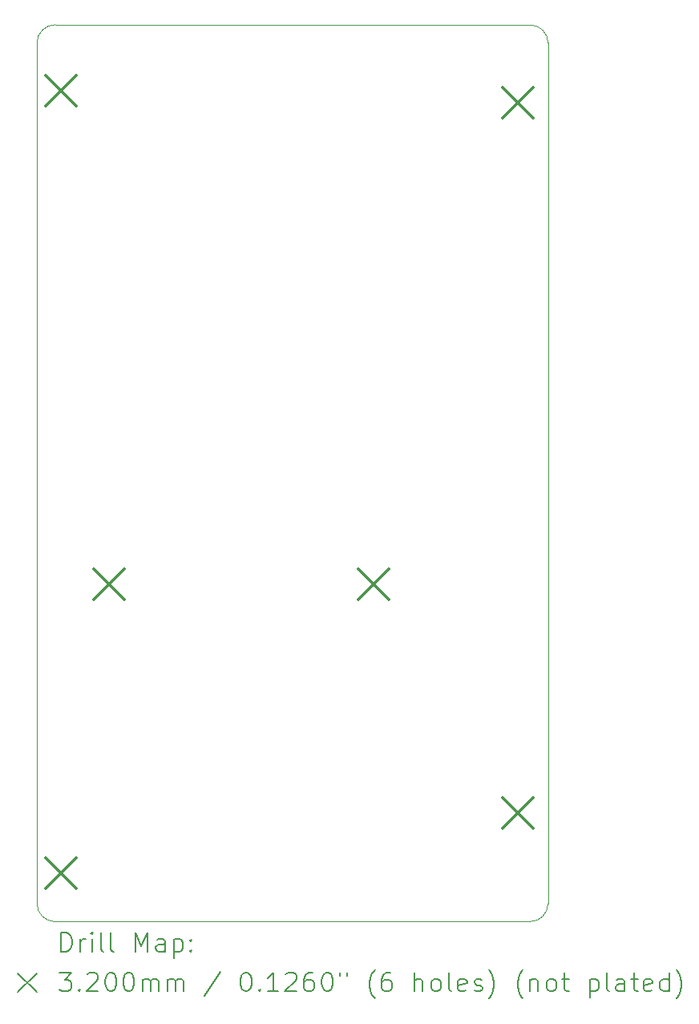
<source format=gbr>
%TF.GenerationSoftware,KiCad,Pcbnew,7.0.7*%
%TF.CreationDate,2023-09-28T15:46:03-05:00*%
%TF.ProjectId,iowa-rover-kiosk-mega-adapter,696f7761-2d72-46f7-9665-722d6b696f73,rev?*%
%TF.SameCoordinates,Original*%
%TF.FileFunction,Drillmap*%
%TF.FilePolarity,Positive*%
%FSLAX45Y45*%
G04 Gerber Fmt 4.5, Leading zero omitted, Abs format (unit mm)*
G04 Created by KiCad (PCBNEW 7.0.7) date 2023-09-28 15:46:03*
%MOMM*%
%LPD*%
G01*
G04 APERTURE LIST*
%ADD10C,0.100000*%
%ADD11C,0.200000*%
%ADD12C,0.320000*%
G04 APERTURE END LIST*
D10*
X19748500Y-4572000D02*
X14732000Y-4572000D01*
X14732000Y-14033500D02*
X19748500Y-14033500D01*
X19748500Y-14033500D02*
G75*
G03*
X19939000Y-13843000I0J190500D01*
G01*
X14541500Y-4762500D02*
X14541500Y-13843000D01*
X19939000Y-4762500D02*
G75*
G03*
X19748500Y-4572000I-190500J0D01*
G01*
X19939000Y-13843000D02*
X19939000Y-4762500D01*
X14732000Y-4572000D02*
G75*
G03*
X14541500Y-4762500I0J-190500D01*
G01*
X14541500Y-13843000D02*
G75*
G03*
X14732000Y-14033500I190500J0D01*
G01*
D11*
D12*
X14636000Y-5109500D02*
X14956000Y-5429500D01*
X14956000Y-5109500D02*
X14636000Y-5429500D01*
X14636000Y-13364500D02*
X14956000Y-13684500D01*
X14956000Y-13364500D02*
X14636000Y-13684500D01*
X15144000Y-10316500D02*
X15464000Y-10636500D01*
X15464000Y-10316500D02*
X15144000Y-10636500D01*
X17938000Y-10316500D02*
X18258000Y-10636500D01*
X18258000Y-10316500D02*
X17938000Y-10636500D01*
X19462000Y-5236500D02*
X19782000Y-5556500D01*
X19782000Y-5236500D02*
X19462000Y-5556500D01*
X19462000Y-12729500D02*
X19782000Y-13049500D01*
X19782000Y-12729500D02*
X19462000Y-13049500D01*
D11*
X14797277Y-14349984D02*
X14797277Y-14149984D01*
X14797277Y-14149984D02*
X14844896Y-14149984D01*
X14844896Y-14149984D02*
X14873467Y-14159508D01*
X14873467Y-14159508D02*
X14892515Y-14178555D01*
X14892515Y-14178555D02*
X14902039Y-14197603D01*
X14902039Y-14197603D02*
X14911562Y-14235698D01*
X14911562Y-14235698D02*
X14911562Y-14264269D01*
X14911562Y-14264269D02*
X14902039Y-14302365D01*
X14902039Y-14302365D02*
X14892515Y-14321412D01*
X14892515Y-14321412D02*
X14873467Y-14340460D01*
X14873467Y-14340460D02*
X14844896Y-14349984D01*
X14844896Y-14349984D02*
X14797277Y-14349984D01*
X14997277Y-14349984D02*
X14997277Y-14216650D01*
X14997277Y-14254746D02*
X15006801Y-14235698D01*
X15006801Y-14235698D02*
X15016324Y-14226174D01*
X15016324Y-14226174D02*
X15035372Y-14216650D01*
X15035372Y-14216650D02*
X15054420Y-14216650D01*
X15121086Y-14349984D02*
X15121086Y-14216650D01*
X15121086Y-14149984D02*
X15111562Y-14159508D01*
X15111562Y-14159508D02*
X15121086Y-14169031D01*
X15121086Y-14169031D02*
X15130610Y-14159508D01*
X15130610Y-14159508D02*
X15121086Y-14149984D01*
X15121086Y-14149984D02*
X15121086Y-14169031D01*
X15244896Y-14349984D02*
X15225848Y-14340460D01*
X15225848Y-14340460D02*
X15216324Y-14321412D01*
X15216324Y-14321412D02*
X15216324Y-14149984D01*
X15349658Y-14349984D02*
X15330610Y-14340460D01*
X15330610Y-14340460D02*
X15321086Y-14321412D01*
X15321086Y-14321412D02*
X15321086Y-14149984D01*
X15578229Y-14349984D02*
X15578229Y-14149984D01*
X15578229Y-14149984D02*
X15644896Y-14292841D01*
X15644896Y-14292841D02*
X15711562Y-14149984D01*
X15711562Y-14149984D02*
X15711562Y-14349984D01*
X15892515Y-14349984D02*
X15892515Y-14245222D01*
X15892515Y-14245222D02*
X15882991Y-14226174D01*
X15882991Y-14226174D02*
X15863943Y-14216650D01*
X15863943Y-14216650D02*
X15825848Y-14216650D01*
X15825848Y-14216650D02*
X15806801Y-14226174D01*
X15892515Y-14340460D02*
X15873467Y-14349984D01*
X15873467Y-14349984D02*
X15825848Y-14349984D01*
X15825848Y-14349984D02*
X15806801Y-14340460D01*
X15806801Y-14340460D02*
X15797277Y-14321412D01*
X15797277Y-14321412D02*
X15797277Y-14302365D01*
X15797277Y-14302365D02*
X15806801Y-14283317D01*
X15806801Y-14283317D02*
X15825848Y-14273793D01*
X15825848Y-14273793D02*
X15873467Y-14273793D01*
X15873467Y-14273793D02*
X15892515Y-14264269D01*
X15987753Y-14216650D02*
X15987753Y-14416650D01*
X15987753Y-14226174D02*
X16006801Y-14216650D01*
X16006801Y-14216650D02*
X16044896Y-14216650D01*
X16044896Y-14216650D02*
X16063943Y-14226174D01*
X16063943Y-14226174D02*
X16073467Y-14235698D01*
X16073467Y-14235698D02*
X16082991Y-14254746D01*
X16082991Y-14254746D02*
X16082991Y-14311888D01*
X16082991Y-14311888D02*
X16073467Y-14330936D01*
X16073467Y-14330936D02*
X16063943Y-14340460D01*
X16063943Y-14340460D02*
X16044896Y-14349984D01*
X16044896Y-14349984D02*
X16006801Y-14349984D01*
X16006801Y-14349984D02*
X15987753Y-14340460D01*
X16168705Y-14330936D02*
X16178229Y-14340460D01*
X16178229Y-14340460D02*
X16168705Y-14349984D01*
X16168705Y-14349984D02*
X16159182Y-14340460D01*
X16159182Y-14340460D02*
X16168705Y-14330936D01*
X16168705Y-14330936D02*
X16168705Y-14349984D01*
X16168705Y-14226174D02*
X16178229Y-14235698D01*
X16178229Y-14235698D02*
X16168705Y-14245222D01*
X16168705Y-14245222D02*
X16159182Y-14235698D01*
X16159182Y-14235698D02*
X16168705Y-14226174D01*
X16168705Y-14226174D02*
X16168705Y-14245222D01*
X14336500Y-14578500D02*
X14536500Y-14778500D01*
X14536500Y-14578500D02*
X14336500Y-14778500D01*
X14778229Y-14569984D02*
X14902039Y-14569984D01*
X14902039Y-14569984D02*
X14835372Y-14646174D01*
X14835372Y-14646174D02*
X14863943Y-14646174D01*
X14863943Y-14646174D02*
X14882991Y-14655698D01*
X14882991Y-14655698D02*
X14892515Y-14665222D01*
X14892515Y-14665222D02*
X14902039Y-14684269D01*
X14902039Y-14684269D02*
X14902039Y-14731888D01*
X14902039Y-14731888D02*
X14892515Y-14750936D01*
X14892515Y-14750936D02*
X14882991Y-14760460D01*
X14882991Y-14760460D02*
X14863943Y-14769984D01*
X14863943Y-14769984D02*
X14806801Y-14769984D01*
X14806801Y-14769984D02*
X14787753Y-14760460D01*
X14787753Y-14760460D02*
X14778229Y-14750936D01*
X14987753Y-14750936D02*
X14997277Y-14760460D01*
X14997277Y-14760460D02*
X14987753Y-14769984D01*
X14987753Y-14769984D02*
X14978229Y-14760460D01*
X14978229Y-14760460D02*
X14987753Y-14750936D01*
X14987753Y-14750936D02*
X14987753Y-14769984D01*
X15073467Y-14589031D02*
X15082991Y-14579508D01*
X15082991Y-14579508D02*
X15102039Y-14569984D01*
X15102039Y-14569984D02*
X15149658Y-14569984D01*
X15149658Y-14569984D02*
X15168705Y-14579508D01*
X15168705Y-14579508D02*
X15178229Y-14589031D01*
X15178229Y-14589031D02*
X15187753Y-14608079D01*
X15187753Y-14608079D02*
X15187753Y-14627127D01*
X15187753Y-14627127D02*
X15178229Y-14655698D01*
X15178229Y-14655698D02*
X15063943Y-14769984D01*
X15063943Y-14769984D02*
X15187753Y-14769984D01*
X15311562Y-14569984D02*
X15330610Y-14569984D01*
X15330610Y-14569984D02*
X15349658Y-14579508D01*
X15349658Y-14579508D02*
X15359182Y-14589031D01*
X15359182Y-14589031D02*
X15368705Y-14608079D01*
X15368705Y-14608079D02*
X15378229Y-14646174D01*
X15378229Y-14646174D02*
X15378229Y-14693793D01*
X15378229Y-14693793D02*
X15368705Y-14731888D01*
X15368705Y-14731888D02*
X15359182Y-14750936D01*
X15359182Y-14750936D02*
X15349658Y-14760460D01*
X15349658Y-14760460D02*
X15330610Y-14769984D01*
X15330610Y-14769984D02*
X15311562Y-14769984D01*
X15311562Y-14769984D02*
X15292515Y-14760460D01*
X15292515Y-14760460D02*
X15282991Y-14750936D01*
X15282991Y-14750936D02*
X15273467Y-14731888D01*
X15273467Y-14731888D02*
X15263943Y-14693793D01*
X15263943Y-14693793D02*
X15263943Y-14646174D01*
X15263943Y-14646174D02*
X15273467Y-14608079D01*
X15273467Y-14608079D02*
X15282991Y-14589031D01*
X15282991Y-14589031D02*
X15292515Y-14579508D01*
X15292515Y-14579508D02*
X15311562Y-14569984D01*
X15502039Y-14569984D02*
X15521086Y-14569984D01*
X15521086Y-14569984D02*
X15540134Y-14579508D01*
X15540134Y-14579508D02*
X15549658Y-14589031D01*
X15549658Y-14589031D02*
X15559182Y-14608079D01*
X15559182Y-14608079D02*
X15568705Y-14646174D01*
X15568705Y-14646174D02*
X15568705Y-14693793D01*
X15568705Y-14693793D02*
X15559182Y-14731888D01*
X15559182Y-14731888D02*
X15549658Y-14750936D01*
X15549658Y-14750936D02*
X15540134Y-14760460D01*
X15540134Y-14760460D02*
X15521086Y-14769984D01*
X15521086Y-14769984D02*
X15502039Y-14769984D01*
X15502039Y-14769984D02*
X15482991Y-14760460D01*
X15482991Y-14760460D02*
X15473467Y-14750936D01*
X15473467Y-14750936D02*
X15463943Y-14731888D01*
X15463943Y-14731888D02*
X15454420Y-14693793D01*
X15454420Y-14693793D02*
X15454420Y-14646174D01*
X15454420Y-14646174D02*
X15463943Y-14608079D01*
X15463943Y-14608079D02*
X15473467Y-14589031D01*
X15473467Y-14589031D02*
X15482991Y-14579508D01*
X15482991Y-14579508D02*
X15502039Y-14569984D01*
X15654420Y-14769984D02*
X15654420Y-14636650D01*
X15654420Y-14655698D02*
X15663943Y-14646174D01*
X15663943Y-14646174D02*
X15682991Y-14636650D01*
X15682991Y-14636650D02*
X15711563Y-14636650D01*
X15711563Y-14636650D02*
X15730610Y-14646174D01*
X15730610Y-14646174D02*
X15740134Y-14665222D01*
X15740134Y-14665222D02*
X15740134Y-14769984D01*
X15740134Y-14665222D02*
X15749658Y-14646174D01*
X15749658Y-14646174D02*
X15768705Y-14636650D01*
X15768705Y-14636650D02*
X15797277Y-14636650D01*
X15797277Y-14636650D02*
X15816324Y-14646174D01*
X15816324Y-14646174D02*
X15825848Y-14665222D01*
X15825848Y-14665222D02*
X15825848Y-14769984D01*
X15921086Y-14769984D02*
X15921086Y-14636650D01*
X15921086Y-14655698D02*
X15930610Y-14646174D01*
X15930610Y-14646174D02*
X15949658Y-14636650D01*
X15949658Y-14636650D02*
X15978229Y-14636650D01*
X15978229Y-14636650D02*
X15997277Y-14646174D01*
X15997277Y-14646174D02*
X16006801Y-14665222D01*
X16006801Y-14665222D02*
X16006801Y-14769984D01*
X16006801Y-14665222D02*
X16016324Y-14646174D01*
X16016324Y-14646174D02*
X16035372Y-14636650D01*
X16035372Y-14636650D02*
X16063943Y-14636650D01*
X16063943Y-14636650D02*
X16082991Y-14646174D01*
X16082991Y-14646174D02*
X16092515Y-14665222D01*
X16092515Y-14665222D02*
X16092515Y-14769984D01*
X16482991Y-14560460D02*
X16311563Y-14817603D01*
X16740134Y-14569984D02*
X16759182Y-14569984D01*
X16759182Y-14569984D02*
X16778229Y-14579508D01*
X16778229Y-14579508D02*
X16787753Y-14589031D01*
X16787753Y-14589031D02*
X16797277Y-14608079D01*
X16797277Y-14608079D02*
X16806801Y-14646174D01*
X16806801Y-14646174D02*
X16806801Y-14693793D01*
X16806801Y-14693793D02*
X16797277Y-14731888D01*
X16797277Y-14731888D02*
X16787753Y-14750936D01*
X16787753Y-14750936D02*
X16778229Y-14760460D01*
X16778229Y-14760460D02*
X16759182Y-14769984D01*
X16759182Y-14769984D02*
X16740134Y-14769984D01*
X16740134Y-14769984D02*
X16721086Y-14760460D01*
X16721086Y-14760460D02*
X16711563Y-14750936D01*
X16711563Y-14750936D02*
X16702039Y-14731888D01*
X16702039Y-14731888D02*
X16692515Y-14693793D01*
X16692515Y-14693793D02*
X16692515Y-14646174D01*
X16692515Y-14646174D02*
X16702039Y-14608079D01*
X16702039Y-14608079D02*
X16711563Y-14589031D01*
X16711563Y-14589031D02*
X16721086Y-14579508D01*
X16721086Y-14579508D02*
X16740134Y-14569984D01*
X16892515Y-14750936D02*
X16902039Y-14760460D01*
X16902039Y-14760460D02*
X16892515Y-14769984D01*
X16892515Y-14769984D02*
X16882991Y-14760460D01*
X16882991Y-14760460D02*
X16892515Y-14750936D01*
X16892515Y-14750936D02*
X16892515Y-14769984D01*
X17092515Y-14769984D02*
X16978229Y-14769984D01*
X17035372Y-14769984D02*
X17035372Y-14569984D01*
X17035372Y-14569984D02*
X17016325Y-14598555D01*
X17016325Y-14598555D02*
X16997277Y-14617603D01*
X16997277Y-14617603D02*
X16978229Y-14627127D01*
X17168706Y-14589031D02*
X17178229Y-14579508D01*
X17178229Y-14579508D02*
X17197277Y-14569984D01*
X17197277Y-14569984D02*
X17244896Y-14569984D01*
X17244896Y-14569984D02*
X17263944Y-14579508D01*
X17263944Y-14579508D02*
X17273468Y-14589031D01*
X17273468Y-14589031D02*
X17282991Y-14608079D01*
X17282991Y-14608079D02*
X17282991Y-14627127D01*
X17282991Y-14627127D02*
X17273468Y-14655698D01*
X17273468Y-14655698D02*
X17159182Y-14769984D01*
X17159182Y-14769984D02*
X17282991Y-14769984D01*
X17454420Y-14569984D02*
X17416325Y-14569984D01*
X17416325Y-14569984D02*
X17397277Y-14579508D01*
X17397277Y-14579508D02*
X17387753Y-14589031D01*
X17387753Y-14589031D02*
X17368706Y-14617603D01*
X17368706Y-14617603D02*
X17359182Y-14655698D01*
X17359182Y-14655698D02*
X17359182Y-14731888D01*
X17359182Y-14731888D02*
X17368706Y-14750936D01*
X17368706Y-14750936D02*
X17378229Y-14760460D01*
X17378229Y-14760460D02*
X17397277Y-14769984D01*
X17397277Y-14769984D02*
X17435372Y-14769984D01*
X17435372Y-14769984D02*
X17454420Y-14760460D01*
X17454420Y-14760460D02*
X17463944Y-14750936D01*
X17463944Y-14750936D02*
X17473468Y-14731888D01*
X17473468Y-14731888D02*
X17473468Y-14684269D01*
X17473468Y-14684269D02*
X17463944Y-14665222D01*
X17463944Y-14665222D02*
X17454420Y-14655698D01*
X17454420Y-14655698D02*
X17435372Y-14646174D01*
X17435372Y-14646174D02*
X17397277Y-14646174D01*
X17397277Y-14646174D02*
X17378229Y-14655698D01*
X17378229Y-14655698D02*
X17368706Y-14665222D01*
X17368706Y-14665222D02*
X17359182Y-14684269D01*
X17597277Y-14569984D02*
X17616325Y-14569984D01*
X17616325Y-14569984D02*
X17635372Y-14579508D01*
X17635372Y-14579508D02*
X17644896Y-14589031D01*
X17644896Y-14589031D02*
X17654420Y-14608079D01*
X17654420Y-14608079D02*
X17663944Y-14646174D01*
X17663944Y-14646174D02*
X17663944Y-14693793D01*
X17663944Y-14693793D02*
X17654420Y-14731888D01*
X17654420Y-14731888D02*
X17644896Y-14750936D01*
X17644896Y-14750936D02*
X17635372Y-14760460D01*
X17635372Y-14760460D02*
X17616325Y-14769984D01*
X17616325Y-14769984D02*
X17597277Y-14769984D01*
X17597277Y-14769984D02*
X17578229Y-14760460D01*
X17578229Y-14760460D02*
X17568706Y-14750936D01*
X17568706Y-14750936D02*
X17559182Y-14731888D01*
X17559182Y-14731888D02*
X17549658Y-14693793D01*
X17549658Y-14693793D02*
X17549658Y-14646174D01*
X17549658Y-14646174D02*
X17559182Y-14608079D01*
X17559182Y-14608079D02*
X17568706Y-14589031D01*
X17568706Y-14589031D02*
X17578229Y-14579508D01*
X17578229Y-14579508D02*
X17597277Y-14569984D01*
X17740134Y-14569984D02*
X17740134Y-14608079D01*
X17816325Y-14569984D02*
X17816325Y-14608079D01*
X18111563Y-14846174D02*
X18102039Y-14836650D01*
X18102039Y-14836650D02*
X18082991Y-14808079D01*
X18082991Y-14808079D02*
X18073468Y-14789031D01*
X18073468Y-14789031D02*
X18063944Y-14760460D01*
X18063944Y-14760460D02*
X18054420Y-14712841D01*
X18054420Y-14712841D02*
X18054420Y-14674746D01*
X18054420Y-14674746D02*
X18063944Y-14627127D01*
X18063944Y-14627127D02*
X18073468Y-14598555D01*
X18073468Y-14598555D02*
X18082991Y-14579508D01*
X18082991Y-14579508D02*
X18102039Y-14550936D01*
X18102039Y-14550936D02*
X18111563Y-14541412D01*
X18273468Y-14569984D02*
X18235372Y-14569984D01*
X18235372Y-14569984D02*
X18216325Y-14579508D01*
X18216325Y-14579508D02*
X18206801Y-14589031D01*
X18206801Y-14589031D02*
X18187753Y-14617603D01*
X18187753Y-14617603D02*
X18178230Y-14655698D01*
X18178230Y-14655698D02*
X18178230Y-14731888D01*
X18178230Y-14731888D02*
X18187753Y-14750936D01*
X18187753Y-14750936D02*
X18197277Y-14760460D01*
X18197277Y-14760460D02*
X18216325Y-14769984D01*
X18216325Y-14769984D02*
X18254420Y-14769984D01*
X18254420Y-14769984D02*
X18273468Y-14760460D01*
X18273468Y-14760460D02*
X18282991Y-14750936D01*
X18282991Y-14750936D02*
X18292515Y-14731888D01*
X18292515Y-14731888D02*
X18292515Y-14684269D01*
X18292515Y-14684269D02*
X18282991Y-14665222D01*
X18282991Y-14665222D02*
X18273468Y-14655698D01*
X18273468Y-14655698D02*
X18254420Y-14646174D01*
X18254420Y-14646174D02*
X18216325Y-14646174D01*
X18216325Y-14646174D02*
X18197277Y-14655698D01*
X18197277Y-14655698D02*
X18187753Y-14665222D01*
X18187753Y-14665222D02*
X18178230Y-14684269D01*
X18530611Y-14769984D02*
X18530611Y-14569984D01*
X18616325Y-14769984D02*
X18616325Y-14665222D01*
X18616325Y-14665222D02*
X18606801Y-14646174D01*
X18606801Y-14646174D02*
X18587753Y-14636650D01*
X18587753Y-14636650D02*
X18559182Y-14636650D01*
X18559182Y-14636650D02*
X18540134Y-14646174D01*
X18540134Y-14646174D02*
X18530611Y-14655698D01*
X18740134Y-14769984D02*
X18721087Y-14760460D01*
X18721087Y-14760460D02*
X18711563Y-14750936D01*
X18711563Y-14750936D02*
X18702039Y-14731888D01*
X18702039Y-14731888D02*
X18702039Y-14674746D01*
X18702039Y-14674746D02*
X18711563Y-14655698D01*
X18711563Y-14655698D02*
X18721087Y-14646174D01*
X18721087Y-14646174D02*
X18740134Y-14636650D01*
X18740134Y-14636650D02*
X18768706Y-14636650D01*
X18768706Y-14636650D02*
X18787753Y-14646174D01*
X18787753Y-14646174D02*
X18797277Y-14655698D01*
X18797277Y-14655698D02*
X18806801Y-14674746D01*
X18806801Y-14674746D02*
X18806801Y-14731888D01*
X18806801Y-14731888D02*
X18797277Y-14750936D01*
X18797277Y-14750936D02*
X18787753Y-14760460D01*
X18787753Y-14760460D02*
X18768706Y-14769984D01*
X18768706Y-14769984D02*
X18740134Y-14769984D01*
X18921087Y-14769984D02*
X18902039Y-14760460D01*
X18902039Y-14760460D02*
X18892515Y-14741412D01*
X18892515Y-14741412D02*
X18892515Y-14569984D01*
X19073468Y-14760460D02*
X19054420Y-14769984D01*
X19054420Y-14769984D02*
X19016325Y-14769984D01*
X19016325Y-14769984D02*
X18997277Y-14760460D01*
X18997277Y-14760460D02*
X18987753Y-14741412D01*
X18987753Y-14741412D02*
X18987753Y-14665222D01*
X18987753Y-14665222D02*
X18997277Y-14646174D01*
X18997277Y-14646174D02*
X19016325Y-14636650D01*
X19016325Y-14636650D02*
X19054420Y-14636650D01*
X19054420Y-14636650D02*
X19073468Y-14646174D01*
X19073468Y-14646174D02*
X19082992Y-14665222D01*
X19082992Y-14665222D02*
X19082992Y-14684269D01*
X19082992Y-14684269D02*
X18987753Y-14703317D01*
X19159182Y-14760460D02*
X19178230Y-14769984D01*
X19178230Y-14769984D02*
X19216325Y-14769984D01*
X19216325Y-14769984D02*
X19235373Y-14760460D01*
X19235373Y-14760460D02*
X19244896Y-14741412D01*
X19244896Y-14741412D02*
X19244896Y-14731888D01*
X19244896Y-14731888D02*
X19235373Y-14712841D01*
X19235373Y-14712841D02*
X19216325Y-14703317D01*
X19216325Y-14703317D02*
X19187753Y-14703317D01*
X19187753Y-14703317D02*
X19168706Y-14693793D01*
X19168706Y-14693793D02*
X19159182Y-14674746D01*
X19159182Y-14674746D02*
X19159182Y-14665222D01*
X19159182Y-14665222D02*
X19168706Y-14646174D01*
X19168706Y-14646174D02*
X19187753Y-14636650D01*
X19187753Y-14636650D02*
X19216325Y-14636650D01*
X19216325Y-14636650D02*
X19235373Y-14646174D01*
X19311563Y-14846174D02*
X19321087Y-14836650D01*
X19321087Y-14836650D02*
X19340134Y-14808079D01*
X19340134Y-14808079D02*
X19349658Y-14789031D01*
X19349658Y-14789031D02*
X19359182Y-14760460D01*
X19359182Y-14760460D02*
X19368706Y-14712841D01*
X19368706Y-14712841D02*
X19368706Y-14674746D01*
X19368706Y-14674746D02*
X19359182Y-14627127D01*
X19359182Y-14627127D02*
X19349658Y-14598555D01*
X19349658Y-14598555D02*
X19340134Y-14579508D01*
X19340134Y-14579508D02*
X19321087Y-14550936D01*
X19321087Y-14550936D02*
X19311563Y-14541412D01*
X19673468Y-14846174D02*
X19663944Y-14836650D01*
X19663944Y-14836650D02*
X19644896Y-14808079D01*
X19644896Y-14808079D02*
X19635373Y-14789031D01*
X19635373Y-14789031D02*
X19625849Y-14760460D01*
X19625849Y-14760460D02*
X19616325Y-14712841D01*
X19616325Y-14712841D02*
X19616325Y-14674746D01*
X19616325Y-14674746D02*
X19625849Y-14627127D01*
X19625849Y-14627127D02*
X19635373Y-14598555D01*
X19635373Y-14598555D02*
X19644896Y-14579508D01*
X19644896Y-14579508D02*
X19663944Y-14550936D01*
X19663944Y-14550936D02*
X19673468Y-14541412D01*
X19749658Y-14636650D02*
X19749658Y-14769984D01*
X19749658Y-14655698D02*
X19759182Y-14646174D01*
X19759182Y-14646174D02*
X19778230Y-14636650D01*
X19778230Y-14636650D02*
X19806801Y-14636650D01*
X19806801Y-14636650D02*
X19825849Y-14646174D01*
X19825849Y-14646174D02*
X19835373Y-14665222D01*
X19835373Y-14665222D02*
X19835373Y-14769984D01*
X19959182Y-14769984D02*
X19940134Y-14760460D01*
X19940134Y-14760460D02*
X19930611Y-14750936D01*
X19930611Y-14750936D02*
X19921087Y-14731888D01*
X19921087Y-14731888D02*
X19921087Y-14674746D01*
X19921087Y-14674746D02*
X19930611Y-14655698D01*
X19930611Y-14655698D02*
X19940134Y-14646174D01*
X19940134Y-14646174D02*
X19959182Y-14636650D01*
X19959182Y-14636650D02*
X19987754Y-14636650D01*
X19987754Y-14636650D02*
X20006801Y-14646174D01*
X20006801Y-14646174D02*
X20016325Y-14655698D01*
X20016325Y-14655698D02*
X20025849Y-14674746D01*
X20025849Y-14674746D02*
X20025849Y-14731888D01*
X20025849Y-14731888D02*
X20016325Y-14750936D01*
X20016325Y-14750936D02*
X20006801Y-14760460D01*
X20006801Y-14760460D02*
X19987754Y-14769984D01*
X19987754Y-14769984D02*
X19959182Y-14769984D01*
X20082992Y-14636650D02*
X20159182Y-14636650D01*
X20111563Y-14569984D02*
X20111563Y-14741412D01*
X20111563Y-14741412D02*
X20121087Y-14760460D01*
X20121087Y-14760460D02*
X20140134Y-14769984D01*
X20140134Y-14769984D02*
X20159182Y-14769984D01*
X20378230Y-14636650D02*
X20378230Y-14836650D01*
X20378230Y-14646174D02*
X20397277Y-14636650D01*
X20397277Y-14636650D02*
X20435373Y-14636650D01*
X20435373Y-14636650D02*
X20454420Y-14646174D01*
X20454420Y-14646174D02*
X20463944Y-14655698D01*
X20463944Y-14655698D02*
X20473468Y-14674746D01*
X20473468Y-14674746D02*
X20473468Y-14731888D01*
X20473468Y-14731888D02*
X20463944Y-14750936D01*
X20463944Y-14750936D02*
X20454420Y-14760460D01*
X20454420Y-14760460D02*
X20435373Y-14769984D01*
X20435373Y-14769984D02*
X20397277Y-14769984D01*
X20397277Y-14769984D02*
X20378230Y-14760460D01*
X20587754Y-14769984D02*
X20568706Y-14760460D01*
X20568706Y-14760460D02*
X20559182Y-14741412D01*
X20559182Y-14741412D02*
X20559182Y-14569984D01*
X20749658Y-14769984D02*
X20749658Y-14665222D01*
X20749658Y-14665222D02*
X20740135Y-14646174D01*
X20740135Y-14646174D02*
X20721087Y-14636650D01*
X20721087Y-14636650D02*
X20682992Y-14636650D01*
X20682992Y-14636650D02*
X20663944Y-14646174D01*
X20749658Y-14760460D02*
X20730611Y-14769984D01*
X20730611Y-14769984D02*
X20682992Y-14769984D01*
X20682992Y-14769984D02*
X20663944Y-14760460D01*
X20663944Y-14760460D02*
X20654420Y-14741412D01*
X20654420Y-14741412D02*
X20654420Y-14722365D01*
X20654420Y-14722365D02*
X20663944Y-14703317D01*
X20663944Y-14703317D02*
X20682992Y-14693793D01*
X20682992Y-14693793D02*
X20730611Y-14693793D01*
X20730611Y-14693793D02*
X20749658Y-14684269D01*
X20816325Y-14636650D02*
X20892515Y-14636650D01*
X20844896Y-14569984D02*
X20844896Y-14741412D01*
X20844896Y-14741412D02*
X20854420Y-14760460D01*
X20854420Y-14760460D02*
X20873468Y-14769984D01*
X20873468Y-14769984D02*
X20892515Y-14769984D01*
X21035373Y-14760460D02*
X21016325Y-14769984D01*
X21016325Y-14769984D02*
X20978230Y-14769984D01*
X20978230Y-14769984D02*
X20959182Y-14760460D01*
X20959182Y-14760460D02*
X20949658Y-14741412D01*
X20949658Y-14741412D02*
X20949658Y-14665222D01*
X20949658Y-14665222D02*
X20959182Y-14646174D01*
X20959182Y-14646174D02*
X20978230Y-14636650D01*
X20978230Y-14636650D02*
X21016325Y-14636650D01*
X21016325Y-14636650D02*
X21035373Y-14646174D01*
X21035373Y-14646174D02*
X21044896Y-14665222D01*
X21044896Y-14665222D02*
X21044896Y-14684269D01*
X21044896Y-14684269D02*
X20949658Y-14703317D01*
X21216325Y-14769984D02*
X21216325Y-14569984D01*
X21216325Y-14760460D02*
X21197277Y-14769984D01*
X21197277Y-14769984D02*
X21159182Y-14769984D01*
X21159182Y-14769984D02*
X21140135Y-14760460D01*
X21140135Y-14760460D02*
X21130611Y-14750936D01*
X21130611Y-14750936D02*
X21121087Y-14731888D01*
X21121087Y-14731888D02*
X21121087Y-14674746D01*
X21121087Y-14674746D02*
X21130611Y-14655698D01*
X21130611Y-14655698D02*
X21140135Y-14646174D01*
X21140135Y-14646174D02*
X21159182Y-14636650D01*
X21159182Y-14636650D02*
X21197277Y-14636650D01*
X21197277Y-14636650D02*
X21216325Y-14646174D01*
X21292516Y-14846174D02*
X21302039Y-14836650D01*
X21302039Y-14836650D02*
X21321087Y-14808079D01*
X21321087Y-14808079D02*
X21330611Y-14789031D01*
X21330611Y-14789031D02*
X21340135Y-14760460D01*
X21340135Y-14760460D02*
X21349658Y-14712841D01*
X21349658Y-14712841D02*
X21349658Y-14674746D01*
X21349658Y-14674746D02*
X21340135Y-14627127D01*
X21340135Y-14627127D02*
X21330611Y-14598555D01*
X21330611Y-14598555D02*
X21321087Y-14579508D01*
X21321087Y-14579508D02*
X21302039Y-14550936D01*
X21302039Y-14550936D02*
X21292516Y-14541412D01*
M02*

</source>
